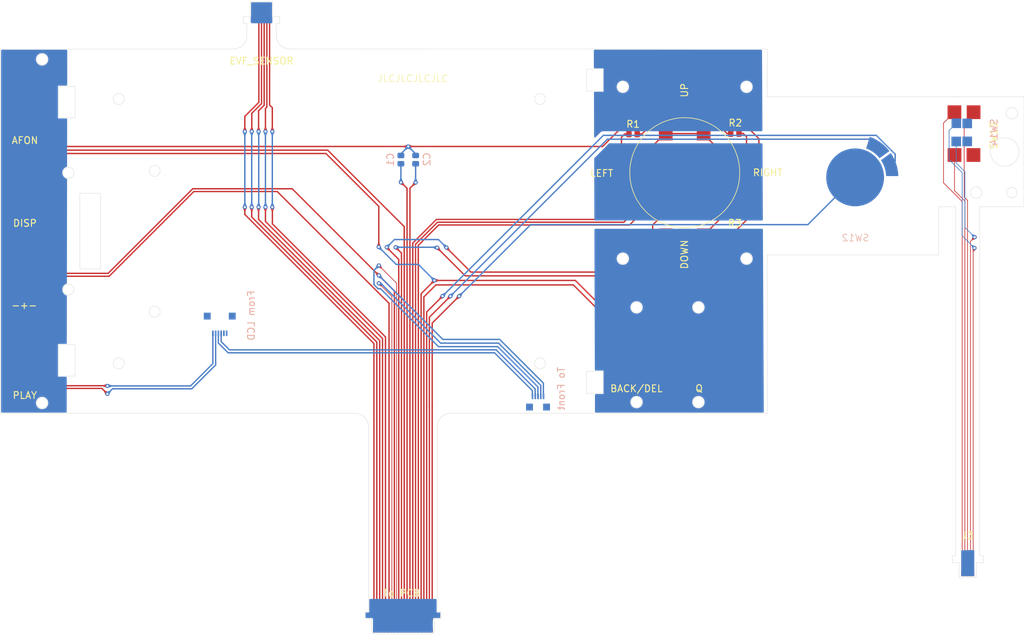
<source format=kicad_pcb>
(kicad_pcb (version 20241229) (generator "pcbnew") (generator_version "9.0")
  (layers (0 "F.Cu" signal) (2 "B.Cu" signal) (13 "F.Paste" user) (15 "B.Paste" user) (5 "F.SilkS" user "F.Silkscreen") (7 "B.SilkS" user "B.Silkscreen") (1 "F.Mask" user) (3 "B.Mask" user) (25 "Edge.Cuts" user))
  (net 0 "")
  (net 1 "Net-(J1-Pin_28)")
  (net 2 "Net-(J1-Pin_25)")
  (net 3 "Net-(J1-Pin_26)")
  (net 4 "Net-(J1-Pin_29)")
  (net 5 "Net-(SW2A-D)")
  (net 6 "Net-(SW3A-D)")
  (net 7 "Net-(J1-Pin_27)")
  (net 8 "Net-(SW5A-D)")
  (net 9 "Net-(J1-Pin_31)")
  (net 10 "Net-(J1-Pin_30)")
  (net 11 "Net-(J1-Pin_17)")
  (net 12 "Net-(J1-Pin_16)")
  (net 13 "Net-(J1-Pin_24)")
  (net 14 "Net-(J1-Pin_14)")
  (net 15 "Net-(J1-Pin_12)")
  (net 16 "Net-(J5-Pin_1)")
  (net 17 "Net-(J5-Pin_2)")
  (net 18 "Net-(J1-Pin_32)")
  (net 19 "Net-(J1-Pin_33)")
  (net 20 "Net-(J1-Pin_34)")
  (net 21 "Net-(J3-Pin_3)")
  (net 22 "Net-(J3-Pin_2)")
  (net 23 "Net-(J3-Pin_1)")
  (net 26 "Net-(J1-Pin_13)")
  (net 29 "Net-(J1-Pin_15)")
  (net 32 "Net-(J1-Pin_9)")
  (net 33 "Net-(J1-Pin_1)")
  (net 34 "Net-(J1-Pin_3)")
  (net 35 "Net-(J1-Pin_5)")
  (net 36 "Net-(J1-Pin_7)")
  (net 37 "Net-(J1-Pin_10)")
  (net 38 "Net-(J1-Pin_11)")
  (net 39 "Net-(J3-Pin_5)")
  (net 40 "Net-(J3-Pin_4)")
  (net 41 "Net-(J2-Pin_5)")
  (net 42 "Net-(J2-Pin_4)")
  (footprint "Leica-G9ii:R_2x1mm" (layer "F.Cu") (at 166.3 73.7)
    (property "Reference" "R3")
    (property "Value" "8K")
  )
  (footprint "Leica-G9ii:Push_Button" (layer "F.Cu") (at 63 94.5)
    (property "Reference" "SW11" (hide yes))
    (property "Value" "PLAY")
  )
  (footprint "Leica-G9ii:Push_Button" (layer "F.Cu") (at 166.3 68)
    (property "Reference" "SW2" (hide yes))
    (property "Value" "RIGHT")
  )
  (footprint "Leica-G9ii:Push_Button" (layer "F.Cu") (at 159 60.6 90)
    (property "Reference" "SW5" (hide yes))
    (property "Value" "UP")
  )
  (footprint "Leica-G9ii:Push_Button" (layer "F.Cu") (at 63 82.65 180)
    (property "Reference" "SW10" (hide yes))
    (property "Value" "-+-")
  )
  (footprint "Leica-G9ii:Push_Button" (layer "F.Cu") (at 151.98 94.56 180)
    (property "Reference" "SW6" (hide yes))
    (property "Value" "BACK/DEL")
  )
  (footprint "Leica-G9ii:Push_Button" (layer "F.Cu") (at 63 58.5)
    (property "Reference" "SW8" (hide yes))
    (property "Value" "AFON")
  )
  (footprint "Leica-G9ii:FPC-1Row-7Pins-0.40mm" (layer "F.Cu") (at 97.43 45.06 180)
    (property "Reference" "J4" (hide yes))
    (property "Value" "EVF_SENSOR")
    (fp_line (start 2.63 -0.21) (end 2.63 -1.21) (stroke (width 0.05)) (layer "Edge.Cuts"))
    (fp_line (start 2.13 -1.21) (end 2.63 -1.21) (stroke (width 0.05)) (layer "Edge.Cuts"))
    (fp_line (start 1.63 -0.21) (end 2.63 -0.21) (stroke (width 0.05)) (layer "Edge.Cuts"))
    (fp_line (start 1.625 1.96) (end 1.625 -0.21) (stroke (width 0.05)) (layer "Edge.Cuts"))
    (fp_line (start -1.625 1.96) (end 1.625 1.96) (stroke (width 0.05)) (layer "Edge.Cuts"))
    (fp_line (start -1.625 1.96) (end -1.625 -0.21) (stroke (width 0.05)) (layer "Edge.Cuts"))
    (fp_line (start -1.63 -0.21) (end -2.63 -0.21) (stroke (width 0.05)) (layer "Edge.Cuts"))
    (fp_line (start -2.13 -1.21) (end -2.63 -1.21) (stroke (width 0.05)) (layer "Edge.Cuts"))
    (fp_line (start -2.63 -0.21) (end -2.63 -1.21) (stroke (width 0.05)) (layer "Edge.Cuts"))
  )
  (footprint "Leica-G9ii:Push_Button" (layer "F.Cu") (at 159 68 90)
    (property "Reference" "SW1" (hide yes))
    (property "Value" "MENU/SET" (hide yes))
  )
  (footprint "Leica-G9ii:Push_Button" (layer "F.Cu") (at 159 75.4 -90)
    (property "Reference" "SW3" (hide yes))
    (property "Value" "DOWN")
  )
  (footprint "Leica-G9ii:Push_Button" (layer "F.Cu") (at 151.5 68 180)
    (property "Reference" "SW4" (hide yes))
    (property "Value" "LEFT")
  )
  (footprint "Leica-G9ii:R_2x1mm" (layer "F.Cu") (at 151.49 62.36)
    (property "Reference" "R1")
    (property "Value" "2.2K")
  )
  (footprint "Leica-G9ii:FPC-1Row-5Pins-0.40mm" (layer "F.Cu") (at 200.18 124.94)
    (property "Reference" "J3")
    (property "Value" "Front")
    (fp_line (start -2.255 -0.21) (end -2.255 -1.21) (stroke (width 0.05)) (layer "Edge.Cuts"))
    (fp_line (start -1.755 -1.21) (end -2.255 -1.21) (stroke (width 0.05)) (layer "Edge.Cuts"))
    (fp_line (start -1.255 -0.21) (end -2.255 -0.21) (stroke (width 0.05)) (layer "Edge.Cuts"))
    (fp_line (start -1.25 1.96) (end -1.25 -0.21) (stroke (width 0.05)) (layer "Edge.Cuts"))
    (fp_line (start -1.25 1.96) (end 1.25 1.96) (stroke (width 0.05)) (layer "Edge.Cuts"))
    (fp_line (start 1.25 1.96) (end 1.25 -0.21) (stroke (width 0.05)) (layer "Edge.Cuts"))
    (fp_line (start 1.255 -0.21) (end 2.255 -0.21) (stroke (width 0.05)) (layer "Edge.Cuts"))
    (fp_line (start 1.755 -1.21) (end 2.255 -1.21) (stroke (width 0.05)) (layer "Edge.Cuts"))
    (fp_line (start 2.255 -0.21) (end 2.255 -1.21) (stroke (width 0.05)) (layer "Edge.Cuts"))
  )
  (footprint "Leica-G9ii:Push_Button" (layer "F.Cu") (at 161.07 94.56 180)
    (property "Reference" "SW7" (hide yes))
    (property "Value" "Q")
  )
  (footprint "Leica-G9ii:Switch_Detection_Bidirectional" (layer "F.Cu") (at 202.47 62.3 -90)
    (property "Reference" "SW13")
    (property "Value" "S/C/M")
  )
  (footprint "Leica-G9ii:FPC-2Rows-35Pins-0.5mm" (layer "F.Cu") (at 118.003183 133.096817)
    (property "Reference" "J1" (hide yes))
    (property "Value" "To PCB")
    (fp_line (start -5.54 -0.21) (end -5.54 -1.21) (stroke (width 0.05)) (layer "Edge.Cuts"))
    (fp_line (start -5 -1.21) (end -5.54 -1.21) (stroke (width 0.05)) (layer "Edge.Cuts"))
    (fp_line (start -4.54 -0.21) (end -5.54 -0.21) (stroke (width 0.05)) (layer "Edge.Cuts"))
    (fp_line (start -4.54 1.96) (end -4.54 -0.21) (stroke (width 0.05)) (layer "Edge.Cuts"))
    (fp_line (start -4.54 1.96) (end 4.54 1.96) (stroke (width 0.05)) (layer "Edge.Cuts"))
    (fp_line (start 4.54 -0.21) (end 5.54 -0.21) (stroke (width 0.05)) (layer "Edge.Cuts"))
    (fp_line (start 4.54 1.96) (end 4.54 -0.21) (stroke (width 0.05)) (layer "Edge.Cuts"))
    (fp_line (start 5 -1.21) (end 5.54 -1.21) (stroke (width 0.05)) (layer "Edge.Cuts"))
    (fp_line (start 5.54 -0.21) (end 5.54 -1.21) (stroke (width 0.05)) (layer "Edge.Cuts"))
  )
  (footprint "Leica-G9ii:Push_Button" (layer "F.Cu") (at 63 70.54)
    (property "Reference" "SW9" (hide yes))
    (property "Value" "DISP")
  )
  (footprint "Leica-G9ii:R_2x1mm" (layer "F.Cu") (at 166.3 62.28)
    (property "Reference" "R2")
    (property "Value" "3.9K")
  )
  (footprint "Leica-G9ii:Connector-1Row-6Pins-0.40mm" (layer "B.Cu") (at 91.35 89.96 -90)
    (property "Reference" "J5" (hide yes))
    (property "Value" "From LCD")
  )
  (footprint "Leica-G9ii:Connector-1Row-5Pins-0.40mm" (layer "B.Cu") (at 137.66 101.445 90)
    (property "Reference" "J2" (hide yes))
    (property "Value" "To Front")
  )
  (footprint "Leica-G9ii:Switch_Detection" (layer "B.Cu") (at 200.84 62.13 90)
    (property "Reference" "SW14")
    (property "Value" "SCREEN_OFF")
  )
  (footprint "Leica-G9ii:R_2x1mm" (layer "B.Cu") (at 119.85 66.09 -90)
    (property "Reference" "C2")
    (property "Value" "C")
  )
  (footprint "Leica-G9ii:back_dial" (layer "B.Cu") (at 183.83 68.66 180)
    (property "Reference" "SW12")
    (property "Value" "WHEEL")
  )
  (footprint "Leica-G9ii:R_2x1mm" (layer "B.Cu") (at 117.71 66.09 -90)
    (property "Reference" "C1")
    (property "Value" "C")
  )
  (gr_circle (center 159.01 67.99) (end 167.01 67.99) (stroke (width 0.1)) (fill no) (layer "F.SilkS"))
  (gr_line (start 99.56 46.27) (end 99.56 47.990263) (stroke (width 0.05)) (layer "Edge.Cuts"))
  (gr_circle (center 65.5 101.5) (end 66.3 101.5) (stroke (width 0.05)) (fill no) (layer "Edge.Cuts"))
  (gr_circle (center 205.57 64.97) (end 206.75 63.25) (stroke (width 0.05)) (fill no) (layer "Edge.Cuts"))
  (gr_line (start 113.003183 131.886817) (end 113.003183 104.996817) (stroke (width 0.05)) (layer "Edge.Cuts"))
  (gr_circle (center 152 87.587) (end 152.8 87.587) (stroke (width 0.05)) (fill no) (layer "Edge.Cuts"))
  (gr_circle (center 76.65 95.73) (end 77.45 95.73) (stroke (width 0.05)) (fill no) (layer "Edge.Cuts"))
  (gr_arc (start 101.559737 49.990263) (mid 100.145627 49.404301) (end 99.560037 47.990037) (stroke (width 0.05)) (layer "Edge.Cuts"))
  (gr_circle (center 152 101.375) (end 152.8 101.375) (stroke (width 0.05)) (fill no) (layer "Edge.Cuts"))
  (gr_circle (center 69.342 68) (end 70.142 68) (stroke (width 0.05)) (fill no) (layer "Edge.Cuts"))
  (gr_line (start 95.3 46.27) (end 95.3 48) (stroke (width 0.05)) (layer "Edge.Cuts"))
  (gr_circle (center 206.6 59.34) (end 207.08 58.64) (stroke (width 0.05)) (fill no) (layer "Edge.Cuts"))
  (gr_rect (start 144.7 96.88) (end 147.1 100.1) (stroke (width 0.05)) (fill no) (layer "Edge.Cuts"))
  (gr_circle (center 168 55.5) (end 168.8 55.5) (stroke (width 0.05)) (fill no) (layer "Edge.Cuts"))
  (gr_circle (center 69.342 85) (end 70.142 85) (stroke (width 0.05)) (fill no) (layer "Edge.Cuts"))
  (gr_line (start 59.4 50) (end 93.3 50) (stroke (width 0.05)) (layer "Edge.Cuts"))
  (gr_line (start 208.36 72.96) (end 201.935 72.96) (stroke (width 0.05)) (layer "Edge.Cuts"))
  (gr_line (start 123 131.89) (end 123 105) (stroke (width 0.05)) (layer "Edge.Cuts"))
  (gr_circle (center 76.65 57.27) (end 77.45 57.27) (stroke (width 0.05)) (fill no) (layer "Edge.Cuts"))
  (gr_rect (start 71 71) (end 74 82) (stroke (width 0.05)) (fill no) (layer "Edge.Cuts"))
  (gr_line (start 195.97 72.95) (end 195.97 79.96) (stroke (width 0.05)) (layer "Edge.Cuts"))
  (gr_line (start 208.37 56.96) (end 208.36 72.96) (stroke (width 0.05)) (layer "Edge.Cuts"))
  (gr_circle (center 81.878 67.731) (end 82.678 67.731) (stroke (width 0.05)) (fill no) (layer "Edge.Cuts"))
  (gr_circle (center 137.95 57.27) (end 138.75 57.27) (stroke (width 0.05)) (fill no) (layer "Edge.Cuts"))
  (gr_line (start 171 50) (end 171 56.95) (stroke (width 0.05)) (layer "Edge.Cuts"))
  (gr_circle (center 150 55.5) (end 150.8 55.5) (stroke (width 0.05)) (fill no) (layer "Edge.Cuts"))
  (gr_circle (center 168 80.5) (end 168.8 80.5) (stroke (width 0.05)) (fill no) (layer "Edge.Cuts"))
  (gr_line (start 59.4 103) (end 111.003183 103) (stroke (width 0.05)) (layer "Edge.Cuts"))
  (gr_line (start 195.97 79.96) (end 171 79.96) (stroke (width 0.05)) (layer "Edge.Cuts"))
  (gr_line (start 198.425 123.73) (end 198.425 72.95) (stroke (width 0.05)) (layer "Edge.Cuts"))
  (gr_circle (center 65.5 51.5) (end 66.3 51.5) (stroke (width 0.05)) (fill no) (layer "Edge.Cuts"))
  (gr_line (start 195.97 56.95) (end 208.37 56.96) (stroke (width 0.05)) (layer "Edge.Cuts"))
  (gr_circle (center 150 80.5) (end 150.8 80.5) (stroke (width 0.05)) (fill no) (layer "Edge.Cuts"))
  (gr_line (start 171 50) (end 101.56 49.990263) (stroke (width 0.05)) (layer "Edge.Cuts"))
  (gr_line (start 171 56.95) (end 195.97 56.95) (stroke (width 0.05)) (layer "Edge.Cuts"))
  (gr_rect (start 144.7 52.92) (end 147.1 56.12) (stroke (width 0.05)) (fill no) (layer "Edge.Cuts"))
  (gr_circle (center 201.41 70.89) (end 202.03 70.33) (stroke (width 0.05)) (fill no) (layer "Edge.Cuts"))
  (gr_line (start 124.994214 103) (end 171 103) (stroke (width 0.05)) (layer "Edge.Cuts"))
  (gr_circle (center 81.878 88.231) (end 82.678 88.231) (stroke (width 0.05)) (fill no) (layer "Edge.Cuts"))
  (gr_circle (center 206.6 70.89) (end 206.6 70.13) (stroke (width 0.05)) (fill no) (layer "Edge.Cuts"))
  (gr_arc (start 111.003183 102.996817) (mid 112.417397 103.582603) (end 113.003183 104.996817) (stroke (width 0.05)) (layer "Edge.Cuts"))
  (gr_rect (start 67.9 55.42) (end 70.3 60) (stroke (width 0.05)) (fill no) (layer "Edge.Cuts"))
  (gr_circle (center 161 101.375) (end 161.8 101.375) (stroke (width 0.05)) (fill no) (layer "Edge.Cuts"))
  (gr_arc (start 95.3 48) (mid 94.714214 49.414214) (end 93.3 50) (stroke (width 0.05)) (layer "Edge.Cuts"))
  (gr_circle (center 161 87.587) (end 161.8 87.587) (stroke (width 0.05)) (fill no) (layer "Edge.Cuts"))
  (gr_line (start 59.4 50) (end 59.4 103) (stroke (width 0.05)) (layer "Edge.Cuts"))
  (gr_arc (start 122.994214 105) (mid 123.58 103.585786) (end 124.994214 103) (stroke (width 0.05)) (layer "Edge.Cuts"))
  (gr_line (start 171 103) (end 171 79.96) (stroke (width 0.05)) (layer "Edge.Cuts"))
  (gr_circle (center 137.95 95.73) (end 138.75 95.73) (stroke (width 0.05)) (fill no) (layer "Edge.Cuts"))
  (gr_rect (start 67.9 93) (end 70.3 97.58) (stroke (width 0.05)) (fill no) (layer "Edge.Cuts"))
  (gr_line (start 201.935 72.96) (end 201.935 123.73) (stroke (width 0.05)) (layer "Edge.Cuts"))
  (gr_line (start 195.97 72.95) (end 198.425 72.95) (stroke (width 0.05)) (layer "Edge.Cuts"))
  (gr_text "JLCJLCJLCJLC" (at 119.46 54.88 0) (layer "F.SilkS") (effects (font (size 1 1) (thickness 0.1)) (justify bottom)))
  (segment (start 154.34 78.27) (end 154.94 78.87) (width 0.2) (layer "F.Cu") (net 1))
  (segment (start 154.34 75.6) (end 154.34 78.27) (width 0.2) (layer "F.Cu") (net 1))
  (segment (start 161.76 73.6) (end 164.6 70.76) (width 0.2) (layer "F.Cu") (net 1))
  (segment (start 156.24 69.7) (end 161.76 69.7) (width 0.2) (layer "F.Cu") (net 1))
  (segment (start 61.3 67.78) (end 61.3 61.26) (width 0.2) (layer "F.Cu") (net 1))
  (segment (start 153.2 72.15) (end 153.2 70.76) (width 0.2) (layer "F.Cu") (net 1))
  (segment (start 156.14 62.3) (end 153.2 65.24) (width 0.2) (layer "F.Cu") (net 1))
  (segment (start 119.836365 131.487899) (end 119.836365 78.405735) (width 0.2) (layer "F.Cu") (net 1))
  (segment (start 119.836365 78.405735) (end 120.312183 77.929917) (width 0.2) (layer "F.Cu") (net 1))
  (segment (start 66.84 62.55) (end 68.47 64.18) (width 0.2) (layer "F.Cu") (net 1))
  (segment (start 161.76 73.7) (end 161.76 73.6) (width 0.2) (layer "F.Cu") (net 1))
  (segment (start 61.3 61.26) (end 61.3 58.46) (width 0.2) (layer "F.Cu") (net 1))
  (segment (start 164.6 65.24) (end 161.76 62.4) (width 0.2) (layer "F.Cu") (net 1))
  (segment (start 153.2 70.76) (end 153.2 65.24) (width 0.2) (layer "F.Cu") (net 1))
  (segment (start 164.03 57.27) (end 153.97 57.27) (width 0.2) (layer "F.Cu") (net 1))
  (segment (start 156.24 73.7) (end 161.76 73.7) (width 0.2) (layer "F.Cu") (net 1))
  (segment (start 61.32 58.48) (end 65.81 58.48) (width 0.2) (layer "F.Cu") (net 1))
  (segment (start 61.3 73.3) (end 61.3 67.78) (width 0.2) (layer "F.Cu") (net 1))
  (segment (start 68.47 64.18) (end 118.77 64.18) (width 0.2) (layer "F.Cu") (net 1))
  (segment (start 161.76 62.3) (end 156.24 62.3) (width 0.2) (layer "F.Cu") (net 1))
  (segment (start 164.6 70.76) (end 164.61 70.77) (width 0.2) (layer "F.Cu") (net 1))
  (segment (start 120.312183 77.920717) (end 123.037083 75.195817) (width 0.2) (layer "F.Cu") (net 1))
  (segment (start 118.77 64.18) (end 147.06 64.18) (width 0.2) (layer "F.Cu") (net 1))
  (segment (start 156.24 73.7) (end 154.34 75.6) (width 0.2) (layer "F.Cu") (net 1))
  (segment (start 61.3 58.46) (end 61.32 58.48) (width 0.2) (layer "F.Cu") (net 1))
  (segment (start 120.473183 132.124717) (end 119.836365 131.487899) (width 0.2) (layer "F.Cu") (net 1))
  (segment (start 161.76 69.7) (end 161.78 69.7) (width 0.2) (layer "F.Cu") (net 1))
  (segment (start 123.037083 75.195817) (end 150.154183 75.195817) (width 0.2) (layer "F.Cu") (net 1))
  (segment (start 169.8 73.07) (end 169.8 63.04) (width 0.2) (layer "F.Cu") (net 1))
  (segment (start 164 78.87) (end 169.8 73.07) (width 0.2) (layer "F.Cu") (net 1))
  (segment (start 161.76 62.4) (end 161.76 62.3) (width 0.2) (layer "F.Cu") (net 1))
  (segment (start 153.18 70.76) (end 153.2 70.76) (width 0.2) (layer "F.Cu") (net 1))
  (segment (start 153.97 57.27) (end 148.265 62.975) (width 0.2) (layer "F.Cu") (net 1))
  (segment (start 61.3 58.46) (end 61.3 55.74) (width 0.2) (layer "F.Cu") (net 1))
  (segment (start 161.76 73.7) (end 161.76 69.7) (width 0.2) (layer "F.Cu") (net 1))
  (segment (start 154.94 78.87) (end 164 78.87) (width 0.2) (layer "F.Cu") (net 1))
  (segment (start 120.473183 133.796817) (end 120.473183 132.124717) (width 0.2) (layer "F.Cu") (net 1))
  (segment (start 156.24 73.7) (end 156.24 69.7) (width 0.2) (layer "F.Cu") (net 1))
  (segment (start 65.81 58.48) (end 66.84 59.51) (width 0.2) (layer "F.Cu") (net 1))
  (segment (start 120.312183 77.929917) (end 120.312183 77.920717) (width 0.2) (layer "F.Cu") (net 1))
  (segment (start 147.06 64.18) (end 148.265 62.975) (width 0.2) (layer "F.Cu") (net 1))
  (segment (start 164.6 70.76) (end 164.6 65.24) (width 0.2) (layer "F.Cu") (net 1))
  (segment (start 66.84 59.51) (end 66.84 62.55) (width 0.2) (layer "F.Cu") (net 1))
  (segment (start 169.8 63.04) (end 164.03 57.27) (width 0.2) (layer "F.Cu") (net 1))
  (segment (start 150.154183 75.195817) (end 153.2 72.15) (width 0.2) (layer "F.Cu") (net 1))
  (segment (start 156.24 62.3) (end 156.14 62.3) (width 0.2) (layer "F.Cu") (net 1))
  (via (at 118.77 64.18) (size 0.6) (drill 0.3) (layers "F.Cu" "B.Cu") (net 1))
  (segment (start 118.77 64.18) (end 117.71 65.24) (width 0.2) (layer "B.Cu") (net 1))
  (segment (start 118.78 64.18) (end 119.85 65.25) (width 0.2) (layer "B.Cu") (net 1))
  (segment (start 117.71 65.24) (end 117.71 65.49) (width 0.2) (layer "B.Cu") (net 1))
  (segment (start 119.85 65.25) (end 119.85 65.49) (width 0.2) (layer "B.Cu") (net 1))
  (segment (start 118.77 64.18) (end 118.78 64.18) (width 0.2) (layer "B.Cu") (net 1))
  (segment (start 117.775 69.44) (end 118.602247 70.267247) (width 0.2) (layer "F.Cu") (net 2))
  (segment (start 118.602247 131.995881) (end 119.598183 132.991817) (width 0.2) (layer "F.Cu") (net 2))
  (segment (start 117.71 69.4) (end 117.75 69.44) (width 0.2) (layer "F.Cu") (net 2))
  (segment (start 119.733183 133.126817) (end 119.733183 134.546817) (width 0.076) (layer "F.Cu") (net 2))
  (segment (start 119.598183 132.991817) (end 119.733183 133.126817) (width 0.076) (layer "F.Cu") (net 2))
  (segment (start 118.602247 70.267247) (end 118.602247 131.995881) (width 0.2) (layer "F.Cu") (net 2))
  (segment (start 117.75 69.44) (end 117.775 69.44) (width 0.2) (layer "F.Cu") (net 2))
  (via (at 117.71 69.4) (size 0.6) (drill 0.3) (layers "F.Cu" "B.Cu") (net 2))
  (segment (start 117.71 69.4) (end 117.71 66.703183) (width 0.2) (layer "B.Cu") (net 2))
  (segment (start 117.71 66.703183) (end 117.7 66.693183) (width 0.2) (layer "B.Cu") (net 2))
  (segment (start 119.86 69.43) (end 119.85 69.42) (width 0.2) (layer "F.Cu") (net 3))
  (segment (start 119.983183 133.796817) (end 119.983183 132.776817) (width 0.2) (layer "F.Cu") (net 3))
  (segment (start 119.983183 132.776817) (end 119.023183 131.816817) (width 0.2) (layer "F.Cu") (net 3))
  (segment (start 119.86 69.436817) (end 119.86 69.43) (width 0.2) (layer "F.Cu") (net 3))
  (segment (start 119.843183 69.436817) (end 119.86 69.436817) (width 0.2) (layer "F.Cu") (net 3))
  (segment (start 119.023183 70.256817) (end 119.843183 69.436817) (width 0.2) (layer "F.Cu") (net 3))
  (segment (start 119.023183 131.816817) (end 119.023183 70.256817) (width 0.2) (layer "F.Cu") (net 3))
  (via (at 119.85 69.42) (size 0.6) (drill 0.3) (layers "F.Cu" "B.Cu") (net 3))
  (segment (start 119.85 69.42) (end 119.85 66.69) (width 0.2) (layer "B.Cu") (net 3))
  (segment (start 154.68 71.89) (end 150.97 75.6) (width 0.2) (layer "F.Cu") (net 4))
  (segment (start 156.24 66.3) (end 154.68 67.86) (width 0.2) (layer "F.Cu") (net 4))
  (segment (start 156.24 66.3) (end 156.24 66.285) (width 0.2) (layer "F.Cu") (net 4))
  (segment (start 123.203183 75.596817) (end 120.713183 78.086817) (width 0.2) (layer "F.Cu") (net 4))
  (segment (start 123.206366 75.6) (end 123.203183 75.596817) (width 0.2) (layer "F.Cu") (net 4))
  (segment (start 154.68 67.86) (end 154.68 71.89) (width 0.2) (layer "F.Cu") (net 4))
  (segment (start 120.237365 78.571835) (end 120.237365 86.448343) (width 0.2) (layer "F.Cu") (net 4))
  (segment (start 120.248461 131.212095) (end 120.563183 131.526817) (width 0.2) (layer "F.Cu") (net 4))
  (segment (start 150.97 75.6) (end 123.206366 75.6) (width 0.2) (layer "F.Cu") (net 4))
  (segment (start 120.713183 78.096017) (end 120.237365 78.571835) (width 0.2) (layer "F.Cu") (net 4))
  (segment (start 120.713183 78.086817) (end 120.713183 78.096017) (width 0.2) (layer "F.Cu") (net 4))
  (segment (start 120.713183 134.546817) (end 120.713183 131.676817) (width 0.076) (layer "F.Cu") (net 4))
  (segment (start 120.237365 86.448343) (end 120.248461 86.459439) (width 0.2) (layer "F.Cu") (net 4))
  (segment (start 120.248461 86.459439) (end 120.248461 131.212095) (width 0.2) (layer "F.Cu") (net 4))
  (segment (start 120.713183 131.676817) (end 120.563183 131.526817) (width 0.1) (layer "F.Cu") (net 4))
  (segment (start 156.24 66.3) (end 161.76 66.3) (width 0.2) (layer "F.Cu") (net 4))
  (segment (start 166.9 73.7) (end 167.48 73.7) (width 0.2) (layer "F.Cu") (net 5))
  (segment (start 168 73.18) (end 168 70.76) (width 0.2) (layer "F.Cu") (net 5))
  (segment (start 168 62.77) (end 167.51 62.28) (width 0.2) (layer "F.Cu") (net 5))
  (segment (start 167.51 62.28) (end 166.9 62.28) (width 0.2) (layer "F.Cu") (net 5))
  (segment (start 168 70.76) (end 168 65.24) (width 0.2) (layer "F.Cu") (net 5))
  (segment (start 167.48 73.7) (end 168 73.18) (width 0.2) (layer "F.Cu") (net 5))
  (segment (start 168 65.24) (end 168 62.77) (width 0.2) (layer "F.Cu") (net 5))
  (segment (start 161.76 77.1) (end 156.24 77.1) (width 0.2) (layer "F.Cu") (net 6))
  (segment (start 161.76 77.1) (end 161.77 77.1) (width 0.2) (layer "F.Cu") (net 6))
  (segment (start 165.17 73.7) (end 165.7 73.7) (width 0.2) (layer "F.Cu") (net 6))
  (segment (start 161.77 77.1) (end 165.17 73.7) (width 0.2) (layer "F.Cu") (net 6))
  (segment (start 119.911183 77.754617) (end 122.870983 74.794817) (width 0.2) (layer "F.Cu") (net 7))
  (segment (start 122.870983 74.794817) (end 149.145183 74.794817) (width 0.2) (layer "F.Cu") (net 7))
  (segment (start 119.433183 131.341817) (end 119.435365 131.339635) (width 0.2) (layer "F.Cu") (net 7))
  (segment (start 119.435365 78.239635) (end 119.911183 77.763817) (width 0.2) (layer "F.Cu") (net 7))
  (segment (start 119.911183 77.763817) (end 119.911183 77.754617) (width 0.2) (layer "F.Cu") (net 7))
  (segment (start 149.8 74.14) (end 149.8 70.76) (width 0.2) (layer "F.Cu") (net 7))
  (segment (start 120.223183 132.446817) (end 120.093183 132.316817) (width 0.076) (layer "F.Cu") (net 7))
  (segment (start 120.223183 134.546817) (end 120.223183 132.446817) (width 0.076) (layer "F.Cu") (net 7))
  (segment (start 149.78 70.76) (end 149.8 70.76) (width 0.2) (layer "F.Cu") (net 7))
  (segment (start 119.435365 131.339635) (end 119.435365 78.239635) (width 0.2) (layer "F.Cu") (net 7))
  (segment (start 149.8 62.83) (end 150.27 62.36) (width 0.2) (layer "F.Cu") (net 7))
  (segment (start 149.145183 74.794817) (end 149.8 74.14) (width 0.2) (layer "F.Cu") (net 7))
  (segment (start 120.093183 132.316817) (end 119.433183 131.656817) (width 0.2) (layer "F.Cu") (net 7))
  (segment (start 149.8 65.24) (end 149.8 62.83) (width 0.2) (layer "F.Cu") (net 7))
  (segment (start 150.27 62.36) (end 150.89 62.36) (width 0.2) (layer "F.Cu") (net 7))
  (segment (start 119.433183 131.656817) (end 119.433183 131.341817) (width 0.2) (layer "F.Cu") (net 7))
  (segment (start 149.8 70.76) (end 149.8 65.24) (width 0.2) (layer "F.Cu") (net 7))
  (segment (start 161.76 58.9) (end 165.14 62.28) (width 0.2) (layer "F.Cu") (net 8))
  (segment (start 165.14 62.28) (end 165.82 62.28) (width 0.2) (layer "F.Cu") (net 8))
  (segment (start 152.78 62.36) (end 152.09 62.36) (width 0.2) (layer "F.Cu") (net 8))
  (segment (start 165.8 62.3) (end 165.82 62.28) (width 0.2) (layer "F.Cu") (net 8))
  (segment (start 156.24 58.9) (end 161.76 58.9) (width 0.2) (layer "F.Cu") (net 8))
  (segment (start 156.24 58.9) (end 152.78 62.36) (width 0.2) (layer "F.Cu") (net 8))
  (segment (start 150.42 97.32) (end 150.425 97.325) (width 0.2) (layer "F.Cu") (net 9))
  (segment (start 122.8 84.32) (end 142.8 84.32) (width 0.2) (layer "F.Cu") (net 9))
  (segment (start 121.12 130.443634) (end 121.203183 130.526817) (width 0.076) (layer "F.Cu") (net 9))
  (segment (start 121.050461 130.115095) (end 121.050461 86.069539) (width 0.2) (layer "F.Cu") (net 9))
  (segment (start 121.203183 130.526817) (end 121.203183 134.546817) (width 0.076) (layer "F.Cu") (net 9))
  (segment (start 121.052183 130.116817) (end 121.050461 130.115095) (width 0.2) (layer "F.Cu") (net 9))
  (segment (start 150.28 91.8) (end 150.28 97.32) (width 0.2) (layer "F.Cu") (net 9))
  (segment (start 121.052183 130.375817) (end 121.052183 130.116817) (width 0.1) (layer "F.Cu") (net 9))
  (segment (start 121.050461 86.069539) (end 122.8 84.32) (width 0.2) (layer "F.Cu") (net 9))
  (segment (start 142.8 84.32) (end 150.28 91.8) (width 0.2) (layer "F.Cu") (net 9))
  (segment (start 121.12 130.443634) (end 121.052183 130.375817) (width 0.1) (layer "F.Cu") (net 9))
  (segment (start 64.625 73.3) (end 64.82 73.3) (width 0.2) (layer "F.Cu") (net 10))
  (segment (start 67.28 65.2) (end 106.8 65.2) (width 0.2) (layer "F.Cu") (net 10))
  (segment (start 151.59 89.71) (end 153.68 91.8) (width 0.2) (layer "F.Cu") (net 10))
  (segment (start 149.13 89.71) (end 151.59 89.71) (width 0.2) (layer "F.Cu") (net 10))
  (segment (start 153.68 91.8) (end 153.68 97.32) (width 0.2) (layer "F.Cu") (net 10))
  (segment (start 114.49 78.79) (end 114.48 78.8) (width 0.2) (layer "F.Cu") (net 10))
  (segment (start 120.963183 131.176817) (end 120.963183 133.796817) (width 0.2) (layer "F.Cu") (net 10))
  (segment (start 106.8 65.2) (end 114.49 72.89) (width 0.2) (layer "F.Cu") (net 10))
  (segment (start 64.7 67.78) (end 64.7 73.3) (width 0.2) (layer "F.Cu") (net 10))
  (segment (start 114.49 72.89) (end 114.49 78.79) (width 0.2) (layer "F.Cu") (net 10))
  (segment (start 120.649461 85.600539) (end 120.649461 130.863095) (width 0.2) (layer "F.Cu") (net 10))
  (segment (start 64.7 67.78) (end 67.28 65.2) (width 0.2) (layer "F.Cu") (net 10))
  (segment (start 122.58 83.67) (end 143.09 83.67) (width 0.2) (layer "F.Cu") (net 10))
  (segment (start 120.649461 130.863095) (end 120.963183 131.176817) (width 0.2) (layer "F.Cu") (net 10))
  (segment (start 143.09 83.67) (end 149.13 89.71) (width 0.2) (layer "F.Cu") (net 10))
  (segment (start 122.58 83.67) (end 120.649461 85.600539) (width 0.2) (layer "F.Cu") (net 10))
  (via (at 122.58 83.67) (size 0.6) (drill 0.3) (layers "F.Cu" "B.Cu") (net 10))
  (via (at 114.48 78.8) (size 0.6) (drill 0.3) (layers "F.Cu" "B.Cu") (net 10))
  (segment (start 122.58 83.67) (end 120.25 81.34) (width 0.2) (layer "B.Cu") (net 10))
  (segment (start 120.25 81.34) (end 117.02 81.34) (width 0.2) (layer "B.Cu") (net 10))
  (segment (start 117.02 81.34) (end 114.48 78.8) (width 0.2) (layer "B.Cu") (net 10))
  (segment (start 117.793183 132.319717) (end 117.793183 133.316817) (width 0.076) (layer "F.Cu") (net 11))
  (segment (start 150.571 83.001) (end 159.37 91.8) (width 0.2) (layer "F.Cu") (net 11))
  (segment (start 117.793183 133.316817) (end 117.763183 133.346817) (width 0.076) (layer "F.Cu") (net 11))
  (segment (start 159.385 97.32) (end 159.425 97.36) (width 0.2) (layer "F.Cu") (net 11))
  (segment (start 159.37 91.8) (end 159.37 97.32) (width 0.2) (layer "F.Cu") (net 11))
  (segment (start 122.98 78.91) (end 127.071 83.001) (width 0.2) (layer "F.Cu") (net 11))
  (segment (start 127.071 83.001) (end 150.571 83.001) (width 0.2) (layer "F.Cu") (net 11))
  (segment (start 122.98 78.9) (end 122.98 78.91) (width 0.2) (layer "F.Cu") (net 11))
  (segment (start 159.37 91.72) (end 159.37 91.8) (width 0.2) (layer "F.Cu") (net 11))
  (segment (start 117.763183 133.346817) (end 117.763183 134.546817) (width 0.076) (layer "F.Cu") (net 11))
  (segment (start 159.41 91.84) (end 159.37 91.8) (width 0.2) (layer "F.Cu") (net 11))
  (segment (start 116.94 78.84) (end 117.793183 79.693183) (width 0.2) (layer "F.Cu") (net 11))
  (segment (start 117.793183 79.693183) (end 117.793183 132.319717) (width 0.2) (layer "F.Cu") (net 11))
  (segment (start 159.425 91.84) (end 159.41 91.84) (width 0.2) (layer "F.Cu") (net 11))
  (via (at 116.94 78.84) (size 0.6) (drill 0.3) (layers "F.Cu" "B.Cu") (net 11))
  (via (at 122.98 78.9) (size 0.6) (drill 0.3) (layers "F.Cu" "B.Cu") (net 11))
  (segment (start 122.98 78.94) (end 122.98 78.9) (width 0.2) (layer "B.Cu") (net 11))
  (segment (start 122.88 78.84) (end 122.98 78.94) (width 0.2) (layer "B.Cu") (net 11))
  (segment (start 116.94 78.84) (end 122.88 78.84) (width 0.2) (layer "B.Cu") (net 11))
  (segment (start 115.65 78.84) (end 115.65 78.87) (width 0.2) (layer "F.Cu") (net 12))
  (segment (start 124.33 78.88) (end 124.33 78.89) (width 0.2) (layer "F.Cu") (net 12))
  (segment (start 124.33 78.89) (end 127.893978 82.453978) (width 0.2) (layer "F.Cu") (net 12))
  (segment (start 127.893978 82.453978) (end 150.883978 82.453978) (width 0.2) (layer "F.Cu") (net 12))
  (segment (start 117.513183 132.606817) (end 117.513183 133.796817) (width 0.2) (layer "F.Cu") (net 12))
  (segment (start 158.1 89.67) (end 160.64 89.67) (width 0.2) (layer "F.Cu") (net 12))
  (segment (start 117.393183 80.613183) (end 117.393183 132.494717) (width 0.2) (layer "F.Cu") (net 12))
  (segment (start 162.77 91.8) (end 162.77 97.32) (width 0.2) (layer "F.Cu") (net 12))
  (segment (start 117.482083 132.575717) (end 117.513183 132.606817) (width 0.2) (layer "F.Cu") (net 12))
  (segment (start 150.883978 82.453978) (end 158.1 89.67) (width 0.2) (layer "F.Cu") (net 12))
  (segment (start 117.474183 132.575717) (end 117.482083 132.575717) (width 0.2) (layer "F.Cu") (net 12))
  (segment (start 115.65 78.87) (end 117.393183 80.613183) (width 0.2) (layer "F.Cu") (net 12))
  (segment (start 117.393183 132.494717) (end 117.474183 132.575717) (width 0.2) (layer "F.Cu") (net 12))
  (segment (start 160.64 89.67) (end 162.77 91.8) (width 0.2) (layer "F.Cu") (net 12))
  (via (at 124.33 78.88) (size 0.6) (drill 0.3) (layers "F.Cu" "B.Cu") (net 12))
  (via (at 115.65 78.84) (size 0.6) (drill 0.3) (layers "F.Cu" "B.Cu") (net 12))
  (segment (start 115.65 78.84) (end 116.77 77.72) (width 0.2) (layer "B.Cu") (net 12))
  (segment (start 116.77 77.72) (end 123.17 77.72) (width 0.2) (layer "B.Cu") (net 12))
  (segment (start 123.17 77.72) (end 124.33 78.88) (width 0.2) (layer "B.Cu") (net 12))
  (segment (start 119.483183 133.796817) (end 119.483183 133.442617) (width 0.2) (layer "F.Cu") (net 13))
  (segment (start 118.193183 132.152617) (end 118.193183 75.84) (width 0.2) (layer "F.Cu") (net 13))
  (segment (start 115.69912 73.345937) (end 115.69 73.345937) (width 0.2) (layer "F.Cu") (net 13))
  (segment (start 119.483183 133.442617) (end 118.193183 132.152617) (width 0.2) (layer "F.Cu") (net 13))
  (segment (start 64.73 61.26) (end 64.7 61.26) (width 0.2) (layer "F.Cu") (net 13))
  (segment (start 118.193183 75.84) (end 115.69912 73.345937) (width 0.2) (layer "F.Cu") (net 13))
  (segment (start 107.056015 64.711952) (end 68.181952 64.711952) (width 0.2) (layer "F.Cu") (net 13))
  (segment (start 68.181952 64.711952) (end 64.73 61.26) (width 0.2) (layer "F.Cu") (net 13))
  (segment (start 115.69 73.345937) (end 107.056015 64.711952) (width 0.2) (layer "F.Cu") (net 13))
  (segment (start 61.3 82.64) (end 61.3 79.89) (width 0.2) (layer "F.Cu") (net 14))
  (segment (start 117.015683 133.448829) (end 117.015683 133.796817) (width 0.076) (layer "F.Cu") (net 14))
  (segment (start 117.02 133.444512) (end 117.015683 133.448829) (width 0.076) (layer "F.Cu") (net 14))
  (segment (start 117.02 132.99) (end 117.02 133.444512) (width 0.076) (layer "F.Cu") (net 14))
  (segment (start 116.87 131.11) (end 116.76 131) (width 0.2) (layer "F.Cu") (net 14))
  (segment (start 116.93 132.9) (end 117.02 132.99) (width 0.076) (layer "F.Cu") (net 14))
  (segment (start 114.5 82.94) (end 111.925 80.365) (width 0.2) (layer "F.Cu") (net 14))
  (segment (start 87.419 70.331) (end 75.11 82.64) (width 0.2) (layer "F.Cu") (net 14))
  (segment (start 116.76 85.2) (end 114.5 82.94) (width 0.2) (layer "F.Cu") (net 14))
  (segment (start 61.3 82.93) (end 61.3 82.64) (width 0.2) (layer "F.Cu") (net 14))
  (segment (start 116.76 131) (end 116.76 85.2) (width 0.2) (layer "F.Cu") (net 14))
  (segment (start 116.87 131.11) (end 116.93 131.17) (width 0.076) (layer "F.Cu") (net 14))
  (segment (start 111.925 80.365) (end 101.891 70.331) (width 0.2) (layer "F.Cu") (net 14))
  (segment (start 101.891 70.331) (end 87.419 70.331) (width 0.2) (layer "F.Cu") (net 14))
  (segment (start 111.94 80.38) (end 111.925 80.365) (width 0.1) (layer "F.Cu") (net 14))
  (segment (start 75.11 82.64) (end 61.3 82.64) (width 0.2) (layer "F.Cu") (net 14))
  (segment (start 116.93 131.17) (end 116.93 132.9) (width 0.076) (layer "F.Cu") (net 14))
  (segment (start 61.3 85.41) (end 61.3 82.93) (width 0.2) (layer "F.Cu") (net 14))
  (via (at 114.5 82.94) (size 0.6) (drill 0.3) (layers "F.Cu" "B.Cu") (net 14))
  (segment (start 132.08 92.25) (end 123.81 92.25) (width 0.2) (layer "B.Cu") (net 14))
  (segment (start 138.44 100.535) (end 138.44 98.61) (width 0.2) (layer "B.Cu") (net 14))
  (segment (start 123.81 92.25) (end 114.5 82.94) (width 0.2) (layer "B.Cu") (net 14))
  (segment (start 138.44 98.61) (end 132.08 92.25) (width 0.2) (layer "B.Cu") (net 14))
  (segment (start 116.52 133.793634) (end 116.52 131.67) (width 0.2) (layer "F.Cu") (net 15))
  (segment (start 116.52 131.67) (end 115.98 131.13) (width 0.2) (layer "F.Cu") (net 15))
  (segment (start 64.83 85.41) (end 64.825 85.41) (width 0.2) (layer "F.Cu") (net 15))
  (segment (start 99.712 70.732) (end 87.5851 70.732) (width 0.2) (layer "F.Cu") (net 15))
  (segment (start 116.523183 133.796817) (end 116.52 133.793634) (width 0.2) (layer "F.Cu") (net 15))
  (segment (start 75.2571 83.06) (end 67.18 83.06) (width 0.2) (layer "F.Cu") (net 15))
  (segment (start 67.18 83.06) (end 64.83 85.41) (width 0.2) (layer "F.Cu") (net 15))
  (segment (start 87.5851 70.732) (end 75.2571 83.06) (width 0.2) (layer "F.Cu") (net 15))
  (segment (start 115.98 87) (end 99.712 70.732) (width 0.2) (layer "F.Cu") (net 15))
  (segment (start 115.98 131.13) (end 115.98 87) (width 0.2) (layer "F.Cu") (net 15))
  (segment (start 66.53 98.99) (end 64.8 97.26) (width 0.2) (layer "F.Cu") (net 16))
  (segment (start 74.77 98.99) (end 66.53 98.99) (width 0.2) (layer "F.Cu") (net 16))
  (segment (start 64.7 97.26) (end 64.7 91.74) (width 0.2) (layer "F.Cu") (net 16))
  (segment (start 64.8 97.26) (end 64.775 97.26) (width 0.2) (layer "F.Cu") (net 16))
  (segment (start 75 99.02) (end 74.8 99.02) (width 0.2) (layer "F.Cu") (net 16))
  (segment (start 64.775 97.295) (end 64.775 97.26) (width 0.2) (layer "F.Cu") (net 16))
  (segment (start 74.8 99.02) (end 74.77 98.99) (width 0.2) (layer "F.Cu") (net 16))
  (segment (start 64.775 97.275) (end 64.775 97.26) (width 0.2) (layer "F.Cu") (net 16))
  (via (at 75 99.02) (size 0.6) (drill 0.3) (layers "F.Cu" "B.Cu") (net 16))
  (segment (start 87.1 99.02) (end 90.35 95.77) (width 0.2) (layer "B.Cu") (net 16))
  (segment (start 90.35 95.77) (end 90.35 91.36) (width 0.2) (layer "B.Cu") (net 16))
  (segment (start 75 99.02) (end 87.1 99.02) (width 0.2) (layer "B.Cu") (net 16))
  (segment (start 75 100.18) (end 74.2 99.38) (width 0.2) (layer "F.Cu") (net 17))
  (segment (start 74.2 99.38) (end 63.495 99.38) (width 0.2) (layer "F.Cu") (net 17))
  (segment (start 63.495 99.38) (end 61.375 97.26) (width 0.2) (layer "F.Cu") (net 17))
  (segment (start 61.3 97.26) (end 61.3 91.74) (width 0.2) (layer "F.Cu") (net 17))
  (via (at 75 100.18) (size 0.6) (drill 0.3) (layers "F.Cu" "B.Cu") (net 17))
  (segment (start 75.75 99.44) (end 87.28 99.44) (width 0.2) (layer "B.Cu") (net 17))
  (segment (start 90.75 95.97) (end 90.75 91.36) (width 0.2) (layer "B.Cu") (net 17))
  (segment (start 75.01 100.18) (end 75.75 99.44) (width 0.2) (layer "B.Cu") (net 17))
  (segment (start 75 100.18) (end 75.01 100.18) (width 0.2) (layer "B.Cu") (net 17))
  (segment (start 87.28 99.44) (end 90.75 95.97) (width 0.2) (layer "B.Cu") (net 17))
  (segment (start 121.453183 88.266817) (end 123.77 85.95) (width 0.2) (layer "F.Cu") (net 18))
  (segment (start 121.453183 133.796817) (end 121.453183 101.630717) (width 0.2) (layer "F.Cu") (net 18))
  (segment (start 121.453183 101.630717) (end 121.453183 88.266817) (width 0.2) (layer "F.Cu") (net 18))
  (via (at 123.77 85.95) (size 0.6) (drill 0.3) (layers "F.Cu" "B.Cu") (net 18))
  (segment (start 186.879707 62.560757) (end 189.626828 65.307878) (width 0.2) (layer "B.Cu") (net 18))
  (segment (start 123.77 85.95) (end 147.159243 62.560757) (width 0.2) (layer "B.Cu") (net 18))
  (segment (start 189.626828 66.283172) (end 188.95 66.96) (width 0.2) (layer "B.Cu") (net 18))
  (segment (start 147.159243 62.560757) (end 186.879707 62.560757) (width 0.2) (layer "B.Cu") (net 18))
  (segment (start 189.626828 65.307878) (end 189.626828 66.283172) (width 0.2) (layer "B.Cu") (net 18))
  (segment (start 121.703183 133.146817) (end 121.703183 134.546817) (width 0.076) (layer "F.Cu") (net 19))
  (segment (start 121.859 102.101634) (end 121.859 132.802) (width 0.2) (layer "F.Cu") (net 19))
  (segment (start 121.859 132.802) (end 121.854183 132.806817) (width 0.1) (layer "F.Cu") (net 19))
  (segment (start 121.853183 102.095817) (end 121.859 102.101634) (width 0.2) (layer "F.Cu") (net 19))
  (segment (start 121.854183 132.806817) (end 121.854183 132.995817) (width 0.076) (layer "F.Cu") (net 19))
  (segment (start 121.853183 101.797817) (end 121.853183 89.016817) (width 0.2) (layer "F.Cu") (net 19))
  (segment (start 121.854183 132.995817) (end 121.703183 133.146817) (width 0.076) (layer "F.Cu") (net 19))
  (segment (start 121.853183 89.016817) (end 124.91 85.96) (width 0.2) (layer "F.Cu") (net 19))
  (segment (start 121.853183 101.797817) (end 121.853183 102.095817) (width 0.2) (layer "F.Cu") (net 19))
  (via (at 124.91 85.96) (size 0.6) (drill 0.3) (layers "F.Cu" "B.Cu") (net 19))
  (segment (start 147.752631 63.117369) (end 185.817369 63.117369) (width 0.2) (layer "B.Cu") (net 19))
  (segment (start 124.91 85.96) (end 147.752631 63.117369) (width 0.2) (layer "B.Cu") (net 19))
  (segment (start 185.817369 63.117369) (end 186.98 64.28) (width 0.2) (layer "B.Cu") (net 19))
  (segment (start 122.26 133.07) (end 122.26 101.99) (width 0.2) (layer "F.Cu") (net 20))
  (segment (start 121.953183 133.880817) (end 121.962183 133.880817) (width 0.2) (layer "F.Cu") (net 20))
  (segment (start 122.26 89.88) (end 126.18 85.96) (width 0.2) (layer "F.Cu") (net 20))
  (segment (start 121.986817 133.796817) (end 122.09 133.9) (width 0.2) (layer "F.Cu") (net 20))
  (segment (start 121.953183 133.796817) (end 121.953183 133.880817) (width 0.2) (layer "F.Cu") (net 20))
  (segment (start 121.953183 133.796817) (end 121.986817 133.796817) (width 0.2) (layer "F.Cu") (net 20))
  (segment (start 122.09 134.433634) (end 122.203183 134.546817) (width 0.2) (layer "F.Cu") (net 20))
  (segment (start 122.26 101.99) (end 122.26 89.88) (width 0.2) (layer "F.Cu") (net 20))
  (segment (start 122.09 133.9) (end 122.09 134.433634) (width 0.2) (layer "F.Cu") (net 20))
  (segment (start 121.953183 133.796817) (end 121.953183 133.376817) (width 0.2) (layer "F.Cu") (net 20))
  (segment (start 121.953183 133.376817) (end 122.26 133.07) (width 0.2) (layer "F.Cu") (net 20))
  (via (at 126.18 85.96) (size 0.6) (drill 0.3) (layers "F.Cu" "B.Cu") (net 20))
  (segment (start 176.92 75.55) (end 183.8 68.67) (width 0.2) (layer "B.Cu") (net 20))
  (segment (start 126.18 85.96) (end 136.59 75.55) (width 0.2) (layer "B.Cu") (net 20))
  (segment (start 136.59 75.55) (end 176.92 75.55) (width 0.2) (layer "B.Cu") (net 20))
  (segment (start 199.67 60.56) (end 199.67 71.55) (width 0.1) (layer "F.Cu") (net 21))
  (segment (start 201.04 59.19) (end 199.67 60.56) (width 0.1) (layer "F.Cu") (net 21))
  (segment (start 199.67 71.55) (end 200.15 72.03) (width 0.1) (layer "F.Cu") (net 21))
  (segment (start 200.15 72.03) (end 200.15 126.358) (width 0.1) (layer "F.Cu") (net 21))
  (segment (start 200.15 126.358) (end 200.152 126.36) (width 0.1) (layer "F.Cu") (net 21))
  (segment (start 198.25 59.19) (end 196.66 60.78) (width 0.1) (layer "F.Cu") (net 22))
  (segment (start 198.26 65.42) (end 198.26 70.61) (width 0.1) (layer "F.Cu") (net 22))
  (segment (start 196.66 69.47) (end 199.38 72.19) (width 0.1) (layer "F.Cu") (net 22))
  (segment (start 198.26 70.61) (end 199.764 72.114) (width 0.1) (layer "F.Cu") (net 22))
  (segment (start 196.66 60.78) (end 196.66 69.47) (width 0.1) (layer "F.Cu") (net 22))
  (segment (start 199.764 72.114) (end 199.764 126.36) (width 0.1) (layer "F.Cu") (net 22))
  (segment (start 199.38 126.355) (end 199.375 126.36) (width 0.1) (layer "F.Cu") (net 22))
  (segment (start 199.38 123.552948) (end 199.38 126.355) (width 0.1) (layer "F.Cu") (net 22))
  (segment (start 199.38 72.19) (end 199.38 123.866454) (width 0.1) (layer "F.Cu") (net 22))
  (segment (start 116.39 131.082872) (end 116.721 131.413872) (width 0.1) (layer "F.Cu") (net 26))
  (segment (start 114.497128 84.082872) (end 114.497128 84.087128) (width 0.1) (layer "F.Cu") (net 26))
  (segment (start 116.767889 134.546817) (end 116.767889 131.460761) (width 0.076) (layer "F.Cu") (net 26))
  (segment (start 116.39 85.98) (end 116.39 131.082872) (width 0.1) (layer "F.Cu") (net 26))
  (segment (start 114.497128 84.087128) (end 116.39 85.98) (width 0.1) (layer "F.Cu") (net 26))
  (segment (start 116.767889 131.460761) (end 116.721 131.413872) (width 0.076) (layer "F.Cu") (net 26))
  (via (at 114.497128 84.082872) (size 0.6) (drill 0.3) (layers "F.Cu" "B.Cu") (net 26))
  (segment (start 138.06 98.93) (end 138.06 100.515) (width 0.2) (layer "B.Cu") (net 26))
  (segment (start 114.497128 84.082872) (end 114.782872 84.082872) (width 0.1) (layer "B.Cu") (net 26))
  (segment (start 114.782872 84.082872) (end 123.49 92.79) (width 0.2) (layer "B.Cu") (net 26))
  (segment (start 123.49 92.79) (end 131.92 92.79) (width 0.2) (layer "B.Cu") (net 26))
  (segment (start 131.92 92.79) (end 138.06 98.93) (width 0.2) (layer "B.Cu") (net 26))
  (segment (start 117.08 130.8) (end 117.08 84.07) (width 0.1) (layer "F.Cu") (net 29))
  (segment (start 117.262007 132.812007) (end 117.262007 134.546817) (width 0.076) (layer "F.Cu") (net 29))
  (segment (start 117.08 84.07) (end 114.5 81.49) (width 0.1) (layer "F.Cu") (net 29))
  (segment (start 117.123 130.843) (end 117.08 130.8) (width 0.1) (layer "F.Cu") (net 29))
  (segment (start 117.2 132.75) (end 117.123 132.673) (width 0.1) (layer "F.Cu") (net 29))
  (segment (start 117.123 132.673) (end 117.123 130.843) (width 0.1) (layer "F.Cu") (net 29))
  (segment (start 117.2 132.75) (end 117.262007 132.812007) (width 0.076) (layer "F.Cu") (net 29))
  (via (at 114.5 81.49) (size 0.6) (drill 0.3) (layers "F.Cu" "B.Cu") (net 29))
  (segment (start 131.78 93.3) (end 137.64 99.16) (width 0.2) (layer "B.Cu") (net 29))
  (segment (start 137.64 99.16) (end 137.64 100.535) (width 0.2) (layer "B.Cu") (net 29))
  (segment (start 114.5 81.49) (end 113.79 82.2) (width 0.2) (layer "B.Cu") (net 29))
  (segment (start 113.79 82.2) (end 113.79 84.28) (width 0.2) (layer "B.Cu") (net 29))
  (segment (start 114.75 84.88) (end 123.17 93.3) (width 0.2) (layer "B.Cu") (net 29))
  (segment (start 123.17 93.3) (end 131.78 93.3) (width 0.2) (layer "B.Cu") (net 29))
  (segment (start 114.39 84.88) (end 114.75 84.88) (width 0.2) (layer "B.Cu") (net 29))
  (segment (start 113.79 84.28) (end 114.39 84.88) (width 0.2) (layer "B.Cu") (net 29))
  (segment (start 97 74.79) (end 114.623183 92.413183) (width 0.2) (layer "F.Cu") (net 32))
  (segment (start 114.623183 92.413183) (end 114.623183 131.790073) (width 0.2) (layer "F.Cu") (net 32))
  (segment (start 97 62) (end 97 58.99) (width 0.2) (layer "F.Cu") (net 32))
  (segment (start 115.783183 132.953183) (end 115.783183 134.546817) (width 0.076) (layer "F.Cu") (net 32))
  (segment (start 97.02 72.96) (end 96.97 72.96) (width 0.2) (layer "F.Cu") (net 32))
  (segment (start 97.81 58.18) (end 97.81 43.528) (width 0.2) (layer "F.Cu") (net 32))
  (segment (start 97.81 43.528) (end 97.818 43.52) (width 0.2) (layer "F.Cu") (net 32))
  (segment (start 115.649927 132.819927) (end 115.783183 132.953183) (width 0.076) (layer "F.Cu") (net 32))
  (segment (start 114.623183 131.790073) (end 115.649927 132.816817) (width 0.2) (layer "F.Cu") (net 32))
  (segment (start 115.649927 132.816817) (end 115.649927 132.819927) (width 0.076) (layer "F.Cu") (net 32))
  (segment (start 97 72.99) (end 97 74.79) (width 0.2) (layer "F.Cu") (net 32))
  (segment (start 96.97 72.96) (end 97 72.99) (width 0.2) (layer "F.Cu") (net 32))
  (segment (start 97 58.99) (end 97.81 58.18) (width 0.2) (layer "F.Cu") (net 32))
  (via (at 97 73) (size 0.6) (drill 0.3) (layers "F.Cu" "B.Cu") (net 32))
  (via (at 97 62) (size 0.6) (drill 0.3) (layers "F.Cu" "B.Cu") (net 32))
  (segment (start 97.02 62.02) (end 97 62) (width 0.2) (layer "B.Cu") (net 32))
  (segment (start 97.02 72.96) (end 97.02 62.02) (width 0.2) (layer "B.Cu") (net 32))
  (segment (start 113.902183 134.081717) (end 114.053183 133.930717) (width 0.2) (layer "F.Cu") (net 33))
  (segment (start 114.053183 133.930717) (end 114.053183 133.796817) (width 0.2) (layer "F.Cu") (net 33))
  (segment (start 113.803183 134.546817) (end 113.803183 134.376817) (width 0.2) (layer "F.Cu") (net 33))
  (segment (start 113.902183 134.277817) (end 113.902183 134.081717) (width 0.2) (layer "F.Cu") (net 33))
  (segment (start 113.803183 134.376817) (end 113.902183 134.277817) (width 0.2) (layer "F.Cu") (net 33))
  (segment (start 114.553183 133.856817) (end 114.553183 133.796817) (width 0.2) (layer "F.Cu") (net 34))
  (segment (start 114.342183 134.397817) (end 114.303183 134.397817) (width 0.2) (layer "F.Cu") (net 34))
  (segment (start 114.303183 134.397817) (end 114.303183 134.540935) (width 0.2) (layer "F.Cu") (net 34))
  (segment (start 114.297301 134.546817) (end 114.41 134.434118) (width 0.2) (layer "F.Cu") (net 34))
  (segment (start 114.303183 134.540935) (end 114.297301 134.546817) (width 0.2) (layer "F.Cu") (net 34))
  (segment (start 114.41 134) (end 114.553183 133.856817) (width 0.2) (layer "F.Cu") (net 34))
  (segment (start 114.41 134.434118) (end 114.41 134) (width 0.2) (layer "F.Cu") (net 34))
  (segment (start 97.042 43.52) (end 97.042 57.748) (width 0.2) (layer "F.Cu") (net 35))
  (segment (start 115.043183 133.796817) (end 114.91 133.93) (width 0.2) (layer "F.Cu") (net 35))
  (segment (start 115.043183 133.386817) (end 115.043183 133.796817) (width 0.2) (layer "F.Cu") (net 35))
  (segment (start 114.91 134.17) (end 114.791418 134.288582) (width 0.2) (layer "F.Cu") (net 35))
  (segment (start 114.91 133.93) (end 114.91 134.17) (width 0.2) (layer "F.Cu") (net 35))
  (segment (start 113.783183 132.126817) (end 115.043183 133.386817) (width 0.2) (layer "F.Cu") (net 35))
  (segment (start 97.042 57.748) (end 95 59.79) (width 0.2) (layer "F.Cu") (net 35))
  (segment (start 114.791418 134.288582) (end 114.791418 134.546817) (width 0.2) (layer "F.Cu") (net 35))
  (segment (start 95 73) (end 95 74.07) (width 0.2) (layer "F.Cu") (net 35))
  (segment (start 95 59.79) (end 95 62) (width 0.2) (layer "F.Cu") (net 35))
  (segment (start 95 74.07) (end 113.783183 92.853183) (width 0.2) (layer "F.Cu") (net 35))
  (segment (start 114.791418 134.546817) (end 114.793183 134.546817) (width 0.2) (layer "F.Cu") (net 35))
  (segment (start 113.783183 92.853183) (end 113.783183 132.126817) (width 0.2) (layer "F.Cu") (net 35))
  (via (at 95 73) (size 0.6) (drill 0.3) (layers "F.Cu" "B.Cu") (net 35))
  (via (at 95 62) (size 0.6) (drill 0.3) (layers "F.Cu" "B.Cu") (net 35))
  (segment (start 95 62) (end 95 73) (width 0.2) (layer "B.Cu") (net 35))
  (segment (start 96 74.44) (end 114.203183 92.643183) (width 0.2) (layer "F.Cu") (net 36))
  (segment (start 96 73.15) (end 96 74.44) (width 0.2) (layer "F.Cu") (net 36))
  (segment (start 114.203183 131.979717) (end 115.543183 133.319717) (width 0.2) (layer "F.Cu") (net 36))
  (segment (start 96.01 61.99) (end 96 62) (width 0.2) (layer "F.Cu") (net 36))
  (segment (start 97.43 43.52) (end 97.43 57.94) (width 0.2) (layer "F.Cu") (net 36))
  (segment (start 97.43 57.94) (end 96.01 59.36) (width 0.2) (layer "F.Cu") (net 36))
  (segment (start 96.01 59.36) (end 96.01 61.99) (width 0.2) (layer "F.Cu") (net 36))
  (segment (start 115.543183 133.319717) (end 115.543183 133.796817) (width 0.2) (layer "F.Cu") (net 36))
  (segment (start 114.203183 92.643183) (end 114.203183 131.979717) (width 0.2) (layer "F.Cu") (net 36))
  (segment (start 95.87 73.02) (end 96 73.15) (width 0.2) (layer "F.Cu") (net 36))
  (via (at 96 73) (size 0.6) (drill 0.3) (layers "F.Cu" "B.Cu") (net 36))
  (via (at 96 62) (size 0.6) (drill 0.3) (layers "F.Cu" "B.Cu") (net 36))
  (segment (start 95.87 73.02) (end 96 72.89) (width 0.2) (layer "B.Cu") (net 36))
  (segment (start 96 72.89) (end 96 62) (width 0.2) (layer "B.Cu") (net 36))
  (segment (start 98 58.64) (end 98 62) (width 0.2) (layer "F.Cu") (net 37))
  (segment (start 98 72.99) (end 98 75.08) (width 0.2) (layer "F.Cu") (net 37))
  (segment (start 98 75.08) (end 115.033183 92.113183) (width 0.2) (layer "F.Cu") (net 37))
  (segment (start 115.033183 92.113183) (end 115.033183 131.586817) (width 0.2) (layer "F.Cu") (net 37))
  (segment (start 98.206 43.52) (end 98.206 58.434) (width 0.2) (layer "F.Cu") (net 37))
  (segment (start 98.206 58.434) (end 98 58.64) (width 0.2) (layer "F.Cu") (net 37))
  (segment (start 115.033183 131.586817) (end 116.033183 132.586817) (width 0.2) (layer "F.Cu") (net 37))
  (segment (start 116.033183 132.586817) (end 116.033183 133.796817) (width 0.2) (layer "F.Cu") (net 37))
  (via (at 98 73) (size 0.6) (drill 0.3) (layers "F.Cu" "B.Cu") (net 37))
  (via (at 98 62) (size 0.6) (drill 0.3) (layers "F.Cu" "B.Cu") (net 37))
  (segment (start 98 72.99) (end 98 62) (width 0.2) (layer "B.Cu") (net 37))
  (segment (start 116.119533 131.973167) (end 116.123167 131.973167) (width 0.076) (layer "F.Cu") (net 38))
  (segment (start 115.463183 91.893183) (end 115.463183 131.316817) (width 0.2) (layer "F.Cu") (net 38))
  (segment (start 99.01 73.02) (end 99.01 75.44) (width 0.2) (layer "F.Cu") (net 38))
  (segment (start 99.02 73.01) (end 99.01 73.02) (width 0.2) (layer "F.Cu") (net 38))
  (segment (start 116.123167 131.973167) (end 116.273183 132.123183) (width 0.076) (layer "F.Cu") (net 38))
  (segment (start 98.6 43.525) (end 98.595 43.52) (width 0.2) (layer "F.Cu") (net 38))
  (segment (start 99 62) (end 99 58.54) (width 0.2) (layer "F.Cu") (net 38))
  (segment (start 99.01 75.44) (end 115.463183 91.893183) (width 0.2) (layer "F.Cu") (net 38))
  (segment (start 116.273183 132.123183) (end 116.273183 134.546817) (width 0.076) (layer "F.Cu") (net 38))
  (segment (start 98.6 58.14) (end 98.6 43.525) (width 0.2) (layer "F.Cu") (net 38))
  (segment (start 99 58.54) (end 98.6 58.14) (width 0.2) (layer "F.Cu") (net 38))
  (segment (start 115.463183 131.316817) (end 116.119533 131.973167) (width 0.2) (layer "F.Cu") (net 38))
  (via (at 99 73) (size 0.6) (drill 0.3) (layers "F.Cu" "B.Cu") (net 38))
  (via (at 99 62) (size 0.6) (drill 0.3) (layers "F.Cu" "B.Cu") (net 38))
  (segment (start 99 62) (end 99 72.99) (width 0.2) (layer "B.Cu") (net 38))
  (segment (start 99 72.99) (end 99.02 73.01) (width 0.2) (layer "B.Cu") (net 38))
  (segment (start 200.98 79.14) (end 200.98 126.34) (width 0.1) (layer "F.Cu") (net 39))
  (segment (start 201.17 78.95) (end 200.98 79.14) (width 0.1) (layer "F.Cu") (net 39))
  (via (at 201.17 78.95) (size 0.6) (drill 0.3) (layers "F.Cu" "B.Cu") (net 39))
  (segment (start 199.38 67.99) (end 197.48 66.09) (width 0.1) (layer "B.Cu") (net 39))
  (segment (start 197.48 61.85) (end 198.53 60.8) (width 0.1) (layer "B.Cu") (net 39))
  (segment (start 201.17 78.95) (end 199.38 77.16) (width 0.1) (layer "B.Cu") (net 39))
  (segment (start 197.48 66.09) (end 197.48 61.85) (width 0.1) (layer "B.Cu") (net 39))
  (segment (start 199.38 77.16) (end 199.38 67.99) (width 0.1) (layer "B.Cu") (net 39))
  (segment (start 200.58 77.99) (end 200.58 126.34) (width 0.1) (layer "F.Cu") (net 40))
  (segment (start 201.19 77.37) (end 201.19 77.38) (width 0.1) (layer "F.Cu") (net 40))
  (segment (start 201.19 77.38) (end 200.58 77.99) (width 0.1) (layer "F.Cu") (net 40))
  (via (at 201.19 77.37) (size 0.6) (drill 0.3) (layers "F.Cu" "B.Cu") (net 40))
  (segment (start 199.77 67.85) (end 198.51 66.59) (width 0.1) (layer "B.Cu") (net 40))
  (segment (start 201.19 77.37) (end 199.77 75.95) (width 0.1) (layer "B.Cu") (net 40))
  (segment (start 198.51 66.59) (end 198.51 63.45) (width 0.1) (layer "B.Cu") (net 40))
  (segment (start 199.77 75.95) (end 199.77 67.85) (width 0.1) (layer "B.Cu") (net 40))
  (segment (start 91.15 91.36) (end 91.15 92.78) (width 0.2) (layer "B.Cu") (net 41))
  (segment (start 92.57 94.2) (end 131.33 94.2) (width 0.2) (layer "B.Cu") (net 41))
  (segment (start 131.33 94.2) (end 136.84 99.71) (width 0.2) (layer "B.Cu") (net 41))
  (segment (start 91.15 92.78) (end 92.57 94.2) (width 0.2) (layer "B.Cu") (net 41))
  (segment (start 136.84 99.71) (end 136.84 100.535) (width 0.2) (layer "B.Cu") (net 41))
  (segment (start 91.55 92.56) (end 92.759 93.769) (width 0.2) (layer "B.Cu") (net 42))
  (segment (start 91.55 91.36) (end 91.55 92.56) (width 0.2) (layer "B.Cu") (net 42))
  (segment (start 137.24 99.45) (end 137.24 100.535) (width 0.2) (layer "B.Cu") (net 42))
  (segment (start 131.559 93.769) (end 137.24 99.45) (width 0.2) (layer "B.Cu") (net 42))
  (segment (start 92.759 93.769) (end 131.559 93.769) (width 0.2) (layer "B.Cu") (net 42))
  (zone (net 0) (net_name "") (layer "B.Cu") (priority 3) (connect_pads (clearance 0.5)) (min_thickness 0.25) (fill yes (thermal_gap 0.5) (thermal_bridge_width 0.5) (island_removal_mode 1) (island_area_min 10))
    (polygon (pts (xy 95.85 43.14) (xy 99 43.14) (xy 99 46.24) (xy 98.99 46.25) (xy 96 46.25) (xy 95.85 46.1)))
  )
  (zone (net 0) (net_name "") (layer "B.Cu") (connect_pads (clearance 0.5)) (min_thickness 0.25) (fill yes (thermal_gap 0.5) (thermal_bridge_width 0.5) (island_removal_mode 1) (island_area_min 10))
    (polygon (pts (xy 69.16 50.01) (xy 69.08 103) (xy 59.534849 102.928092) (xy 59.534849 50.058092)))
  )
  (zone (net 0) (net_name "") (layer "B.Cu") (priority 2) (connect_pads (clearance 0.5)) (min_thickness 0.25) (fill yes (thermal_gap 0.5) (thermal_bridge_width 0.5) (island_removal_mode 1) (island_area_min 10))
    (polygon (pts (xy 199.23 126.7) (xy 201.13 126.7) (xy 201.14 122.9) (xy 199.23 122.94)))
  )
  (zone (net 0) (net_name "") (layer "B.Cu") (connect_pads (clearance 0.5)) (min_thickness 0.25) (fill yes (thermal_gap 0.5) (thermal_bridge_width 0.5) (island_removal_mode 1) (island_area_min 10))
    (polygon (pts (xy 170.25 49.99) (xy 170.51 102.94) (xy 145.95 102.94) (xy 145.78 50.06)))
  )
  (zone (net 0) (net_name "") (layer "B.Cu") (priority 1) (connect_pads (clearance 0.5)) (min_thickness 0.25) (fill yes (thermal_gap 0.5) (thermal_bridge_width 0.5) (island_removal_mode 1) (island_area_min 10))
    (polygon (pts (xy 113.65 134.91) (xy 122.35 134.91) (xy 122.35 132.88) (xy 122.58 132.87) (xy 123.54 132.87) (xy 123.54 131.91) (xy 123 130.01) (xy 112.99 130.01) (xy 112.45 131.91) (xy 112.45 132.86) (xy 112.48 132.89) (xy 113.65 132.88)))
  )
)
</source>
